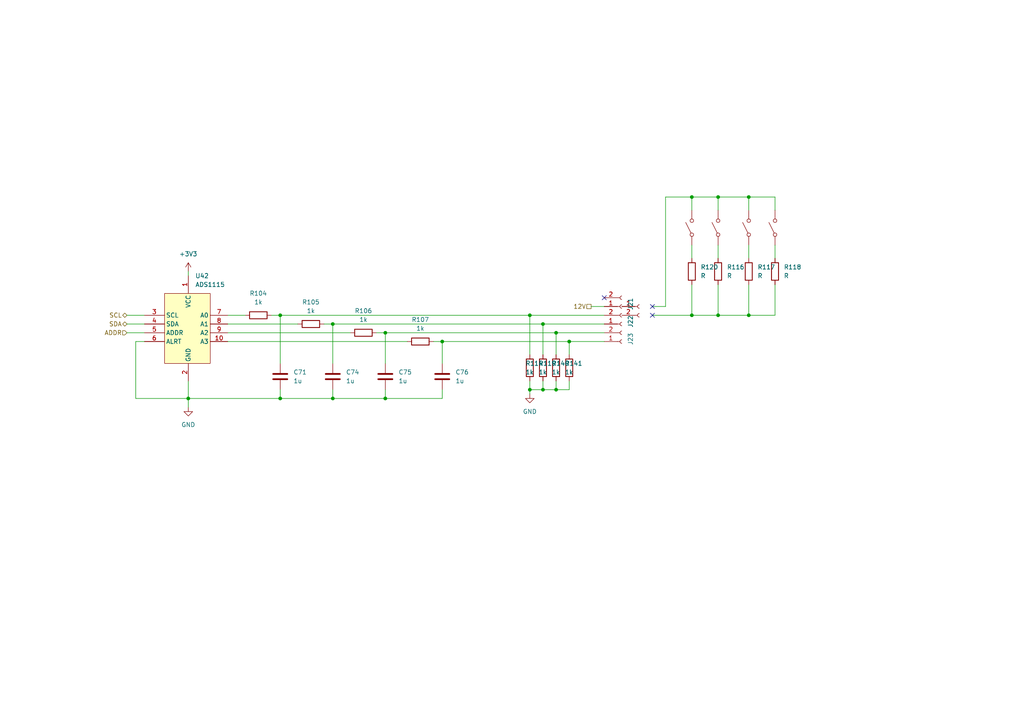
<source format=kicad_sch>
(kicad_sch (version 20211123) (generator eeschema)
  (paper "A4")
  (lib_symbols
    (symbol "Connector:Conn_01x02_Female" (pin_names (offset 1.016) hide)
      (property "Reference" "J" (at 0 2.54 0))
      (property "Value" "Conn_01x02_Female" (at 0 -5.08 0))
      (symbol "Conn_01x02_Female_1_1"
        (arc (start 0 -2.032) (mid -0.508 -2.54) (end 0 -3.048) (stroke (width 0.1524)))
        (polyline (pts (xy -1.27 -2.54) (xy -0.508 -2.54)) (stroke (width 0.1524)))
        (polyline (pts (xy -1.27 0) (xy -0.508 0)) (stroke (width 0.1524)))
        (arc (start 0 0.508) (mid -0.508 0) (end 0 -0.508) (stroke (width 0.1524)))
        (pin passive line (at -5.08 0 0) (length 3.81) (name "Pin_1") (number "1"))
        (pin passive line (at -5.08 -2.54 0) (length 3.81) (name "Pin_2") (number "2"))
      )
    )
    (symbol "Device:C" (pin_numbers hide) (pin_names (offset 0.254))
      (property "Reference" "C" (at 0.635 2.54 0))
      (property "Value" "C" (at 0.635 -2.54 0))
      (symbol "C_0_1"
        (polyline (pts (xy -2.032 -0.762) (xy 2.032 -0.762)) (stroke (width 0.508)))
        (polyline (pts (xy -2.032 0.762) (xy 2.032 0.762)) (stroke (width 0.508)))
      )
      (symbol "C_1_1"
        (pin passive line (at 0 3.81 270) (length 2.794) (name "~") (number "1"))
        (pin passive line (at 0 -3.81 90) (length 2.794) (name "~") (number "2"))
      )
    )
    (symbol "Device:R" (pin_numbers hide) (pin_names (offset 0))
      (property "Reference" "R" (at 2.032 0 90))
      (property "Value" "R" (at 0 0 90))
      (symbol "R_0_1"
        (rectangle (start -1.016 -2.54) (end 1.016 2.54) (stroke (width 0.254)))
      )
      (symbol "R_1_1"
        (pin passive line (at 0 3.81 270) (length 1.27) (name "~") (number "1"))
        (pin passive line (at 0 -3.81 90) (length 1.27) (name "~") (number "2"))
      )
    )
    (symbol "Switch:SW_SPST" (pin_numbers hide) (pin_names (offset 0) hide)
      (property "Reference" "SW" (at 0 3.175 0))
      (property "Value" "SW_SPST" (at 0 -2.54 0))
      (symbol "SW_SPST_0_0"
        (circle (center -2.032 0) (radius 0.508))
        (polyline (pts (xy -1.524 0.254) (xy 1.524 1.778)))
        (circle (center 2.032 0) (radius 0.508))
      )
      (symbol "SW_SPST_1_1"
        (pin passive line (at -5.08 0 0) (length 2.54) (name "A") (number "1"))
        (pin passive line (at 5.08 0 180) (length 2.54) (name "B") (number "2"))
      )
    )
    (symbol "_Modules:ADS1115"
      (property "Reference" "U" (at -6.35 11.43 0))
      (property "Value" "ADS1115" (at -6.35 13.97 0))
      (symbol "ADS1115_0_1"
        (rectangle (start -6.8586 10.1389) (end 6.35 -10.16) (fill (type background)))
      )
      (symbol "ADS1115_1_1"
        (pin passive line (at 0 15.24 270) (length 5) (name "VCC") (number "1"))
        (pin passive line (at 11.43 -3.81 180) (length 5) (name "A3") (number "10"))
        (pin passive line (at 0 -15.24 90) (length 5) (name "GND") (number "2"))
        (pin passive line (at -12.7 3.81 0) (length 5.715) (name "SCL") (number "3"))
        (pin passive line (at -12.7 1.27 0) (length 5.715) (name "SDA") (number "4"))
        (pin passive line (at -12.7 -1.27 0) (length 5.715) (name "ADDR") (number "5"))
        (pin passive line (at -12.7 -3.81 0) (length 5.715) (name "ALRT") (number "6"))
        (pin passive line (at 11.43 3.81 180) (length 5) (name "A0") (number "7"))
        (pin passive line (at 11.43 1.27 180) (length 5) (name "A1") (number "8"))
        (pin passive line (at 11.43 -1.27 180) (length 5) (name "A2") (number "9"))
      )
    )
    (symbol "power:+3.3V" (power) (pin_names (offset 0))
      (property "Value" "+3.3V" (at 0 3.556 0))
      (symbol "+3.3V_0_1"
        (polyline (pts (xy -0.762 1.27) (xy 0 2.54)))
        (polyline (pts (xy 0 0) (xy 0 2.54)))
        (polyline (pts (xy 0 2.54) (xy 0.762 1.27)))
      )
      (symbol "+3.3V_1_1"
        (pin power_in line (at 0 0 90) (length 0) hide (name "+3V3") (number "1"))
      )
    )
    (symbol "power:GND" (power) (pin_names (offset 0))
      (property "Value" "GND" (at 0 -3.81 0))
      (symbol "GND_0_1"
        (polyline (pts (xy 0 0) (xy 0 -1.27) (xy 1.27 -1.27) (xy 0 -2.54) (xy -1.27 -1.27) (xy 0 -1.27)))
      )
      (symbol "GND_1_1"
        (pin power_in line (at 0 0 270) (length 0) hide (name "GND") (number "1"))
      )
    )
  )
  (junction (at 96.52 93.98))
  (junction (at 200.66 91.44))
  (junction (at 208.28 91.44))
  (junction (at 208.28 57.15))
  (junction (at 157.48 93.98))
  (junction (at 128.27 99.06))
  (junction (at 217.17 91.44))
  (junction (at 165.1 99.06))
  (junction (at 54.61 115.57))
  (junction (at 157.48 113.03))
  (junction (at 111.76 115.57))
  (junction (at 96.52 115.57))
  (junction (at 217.17 57.15))
  (junction (at 81.28 115.57))
  (junction (at 153.67 113.03))
  (junction (at 161.29 113.03))
  (junction (at 111.76 96.52))
  (junction (at 81.28 91.44))
  (junction (at 153.67 91.44))
  (junction (at 200.66 57.15))
  (junction (at 161.29 96.52))
  (no_connect (at 175.26 86.36))
  (no_connect (at 189.23 88.9))
  (no_connect (at 189.23 91.44))
  (wire (pts (xy 161.29 96.52) (xy 175.26 96.52)))
  (wire (pts (xy 81.28 113.03) (xy 81.28 115.57)))
  (wire (pts (xy 193.04 57.15) (xy 193.04 88.9)))
  (wire (pts (xy 96.52 115.57) (xy 81.28 115.57)))
  (wire (pts (xy 157.48 93.98) (xy 175.26 93.98)))
  (wire (pts (xy 208.28 91.44) (xy 217.17 91.44)))
  (wire (pts (xy 224.79 57.15) (xy 224.79 60.96)))
  (wire (pts (xy 109.22 96.52) (xy 111.76 96.52)))
  (wire (pts (xy 217.17 57.15) (xy 217.17 60.96)))
  (wire (pts (xy 161.29 113.03) (xy 157.48 113.03)))
  (wire (pts (xy 161.29 102.87) (xy 161.29 96.52)))
  (wire (pts (xy 153.67 102.87) (xy 153.67 91.44)))
  (wire (pts (xy 161.29 110.49) (xy 161.29 113.03)))
  (wire (pts (xy 81.28 91.44) (xy 81.28 105.41)))
  (wire (pts (xy 153.67 113.03) (xy 153.67 114.3)))
  (wire (pts (xy 39.37 99.06) (xy 39.37 115.57)))
  (wire (pts (xy 165.1 113.03) (xy 161.29 113.03)))
  (wire (pts (xy 200.66 82.55) (xy 200.66 91.44)))
  (wire (pts (xy 200.66 57.15) (xy 200.66 60.96)))
  (wire (pts (xy 66.04 99.06) (xy 118.11 99.06)))
  (wire (pts (xy 217.17 82.55) (xy 217.17 91.44)))
  (wire (pts (xy 78.74 91.44) (xy 81.28 91.44)))
  (wire (pts (xy 128.27 99.06) (xy 165.1 99.06)))
  (wire (pts (xy 36.83 91.44) (xy 41.91 91.44)))
  (wire (pts (xy 41.91 99.06) (xy 39.37 99.06)))
  (wire (pts (xy 193.04 57.15) (xy 200.66 57.15)))
  (wire (pts (xy 81.28 91.44) (xy 153.67 91.44)))
  (wire (pts (xy 200.66 57.15) (xy 208.28 57.15)))
  (wire (pts (xy 128.27 115.57) (xy 111.76 115.57)))
  (wire (pts (xy 54.61 110.49) (xy 54.61 115.57)))
  (wire (pts (xy 39.37 115.57) (xy 54.61 115.57)))
  (wire (pts (xy 66.04 96.52) (xy 101.6 96.52)))
  (wire (pts (xy 128.27 99.06) (xy 128.27 105.41)))
  (wire (pts (xy 157.48 110.49) (xy 157.48 113.03)))
  (wire (pts (xy 165.1 102.87) (xy 165.1 99.06)))
  (wire (pts (xy 96.52 113.03) (xy 96.52 115.57)))
  (wire (pts (xy 36.83 96.52) (xy 41.91 96.52)))
  (wire (pts (xy 81.28 115.57) (xy 54.61 115.57)))
  (wire (pts (xy 66.04 91.44) (xy 71.12 91.44)))
  (wire (pts (xy 200.66 71.12) (xy 200.66 74.93)))
  (wire (pts (xy 217.17 71.12) (xy 217.17 74.93)))
  (wire (pts (xy 157.48 102.87) (xy 157.48 93.98)))
  (wire (pts (xy 66.04 93.98) (xy 86.36 93.98)))
  (wire (pts (xy 93.98 93.98) (xy 96.52 93.98)))
  (wire (pts (xy 189.23 91.44) (xy 200.66 91.44)))
  (wire (pts (xy 189.23 88.9) (xy 193.04 88.9)))
  (wire (pts (xy 165.1 110.49) (xy 165.1 113.03)))
  (wire (pts (xy 54.61 115.57) (xy 54.61 118.11)))
  (wire (pts (xy 208.28 57.15) (xy 217.17 57.15)))
  (wire (pts (xy 36.83 93.98) (xy 41.91 93.98)))
  (wire (pts (xy 111.76 96.52) (xy 161.29 96.52)))
  (wire (pts (xy 208.28 71.12) (xy 208.28 74.93)))
  (wire (pts (xy 217.17 91.44) (xy 224.79 91.44)))
  (wire (pts (xy 165.1 99.06) (xy 175.26 99.06)))
  (wire (pts (xy 224.79 71.12) (xy 224.79 74.93)))
  (wire (pts (xy 128.27 113.03) (xy 128.27 115.57)))
  (wire (pts (xy 111.76 96.52) (xy 111.76 105.41)))
  (wire (pts (xy 208.28 57.15) (xy 208.28 60.96)))
  (wire (pts (xy 224.79 91.44) (xy 224.79 82.55)))
  (wire (pts (xy 217.17 57.15) (xy 224.79 57.15)))
  (wire (pts (xy 111.76 113.03) (xy 111.76 115.57)))
  (wire (pts (xy 96.52 93.98) (xy 157.48 93.98)))
  (wire (pts (xy 96.52 93.98) (xy 96.52 105.41)))
  (wire (pts (xy 208.28 82.55) (xy 208.28 91.44)))
  (wire (pts (xy 153.67 91.44) (xy 175.26 91.44)))
  (wire (pts (xy 171.45 88.9) (xy 175.26 88.9)))
  (wire (pts (xy 153.67 110.49) (xy 153.67 113.03)))
  (wire (pts (xy 125.73 99.06) (xy 128.27 99.06)))
  (wire (pts (xy 157.48 113.03) (xy 153.67 113.03)))
  (wire (pts (xy 200.66 91.44) (xy 208.28 91.44)))
  (wire (pts (xy 111.76 115.57) (xy 96.52 115.57)))
  (wire (pts (xy 54.61 78.74) (xy 54.61 80.01)))
  (hierarchical_label "12V" (shape passive) (at 171.45 88.9 180))
  (hierarchical_label "ADDR" (shape input) (at 36.83 96.52 180))
  (hierarchical_label "SDA" (shape bidirectional) (at 36.83 93.98 180))
  (hierarchical_label "SCL" (shape bidirectional) (at 36.83 91.44 180))
  (symbol (lib_id "Connector:Conn_01x02_Female") (at 185.42 88.9 0) (unit 1) (in_bom no) (on_board no)
    (property "Reference" "J20" (effects hide))
    (property "Value" "Conn_01x02_Female" (effects hide))
  )
  (symbol (lib_id "Device:R") (at 153.67 106.68 180) (unit 1)
    (property "Reference" "R114" (at 152.4 105.41 0) (effects (justify right)))
    (property "Value" "1k" (at 152.4 107.95 0) (effects (justify right)))
    (property "Footprint" "Resistor_THT:R_Axial_DIN0204_L3.6mm_D1.6mm_P7.62mm_Horizontal" (effects hide))
  )
  (symbol (lib_id "power:+3.3V") (at 54.61 78.74 0) (unit 1)
    (property "Reference" "#PWR0175" (effects hide))
    (property "Value" "+3.3V" (at 54.61 73.66 0))
  )
  (symbol (lib_id "Device:R") (at 165.1 106.68 180) (unit 1)
    (property "Reference" "R141" (at 163.83 105.41 0) (effects (justify right)))
    (property "Value" "1k" (at 163.83 107.95 0) (effects (justify right)))
    (property "Footprint" "Resistor_THT:R_Axial_DIN0204_L3.6mm_D1.6mm_P7.62mm_Horizontal" (effects hide))
  )
  (symbol (lib_id "Device:R") (at 105.41 96.52 90) (unit 1)
    (property "Reference" "R106" (at 105.41 90.17 90))
    (property "Value" "1k" (at 105.41 92.71 90))
    (property "Footprint" "Resistor_SMD:R_0603_1608Metric_Pad0.98x0.95mm_HandSolder" (effects hide))
  )
  (symbol (lib_id "Switch:SW_SPST") (at 200.66 66.04 90) (unit 1) (in_bom no) (on_board no)
    (property "Reference" "SW8" (effects hide))
    (property "Value" "SW_SPST" (effects hide))
  )
  (symbol (lib_id "power:GND") (at 54.61 118.11 0) (unit 1)
    (property "Reference" "#PWR0168" (effects hide))
    (property "Value" "GND" (at 54.61 123.19 0))
  )
  (symbol (lib_id "Device:R") (at 200.66 78.74 0) (unit 1) (in_bom no) (on_board no)
    (property "Reference" "R120" (at 203.2 77.4699 0) (effects (justify left)))
    (property "Value" "R" (at 203.2 80.0099 0) (effects (justify left)))
  )
  (symbol (lib_id "Device:R") (at 90.17 93.98 90) (unit 1)
    (property "Reference" "R105" (at 90.17 87.63 90))
    (property "Value" "1k" (at 90.17 90.17 90))
    (property "Footprint" "Resistor_SMD:R_0603_1608Metric_Pad0.98x0.95mm_HandSolder" (effects hide))
  )
  (symbol (lib_id "Device:R") (at 74.93 91.44 90) (unit 1)
    (property "Reference" "R104" (at 74.93 85.09 90))
    (property "Value" "1k" (at 74.93 87.63 90))
    (property "Footprint" "Resistor_SMD:R_0603_1608Metric_Pad0.98x0.95mm_HandSolder" (effects hide))
  )
  (symbol (lib_id "_Modules:ADS1115") (at 54.61 95.25 0) (unit 1)
    (property "Reference" "U42" (at 56.6294 80.01 0) (effects (justify left)))
    (property "Value" "ADS1115" (at 56.6294 82.55 0) (effects (justify left)))
    (property "Footprint" "_Modules:ADS1115" (effects hide))
  )
  (symbol (lib_id "Device:C") (at 111.76 109.22 0) (unit 1)
    (property "Reference" "C75" (at 115.57 107.9499 0) (effects (justify left)))
    (property "Value" "1u" (at 115.57 110.4899 0) (effects (justify left)))
    (property "Footprint" "Capacitor_SMD:C_0603_1608Metric_Pad1.08x0.95mm_HandSolder" (effects hide))
  )
  (symbol (lib_id "Connector:Conn_01x02_Female") (at 180.34 99.06 0) (mirror x) (unit 1)
    (property "Reference" "J23" (at 182.88 96.52 90) (effects (justify left)))
    (property "Value" "Conn_01x02_Female" (effects hide))
    (property "Footprint" "TerminalBlock_Phoenix:TerminalBlock_Phoenix_MKDS-1,5-2_1x02_P5.00mm_Horizontal" (effects hide))
  )
  (symbol (lib_id "Device:R") (at 217.17 78.74 0) (unit 1) (in_bom no) (on_board no)
    (property "Reference" "R117" (at 219.71 77.4699 0) (effects (justify left)))
    (property "Value" "R" (at 219.71 80.0099 0) (effects (justify left)))
  )
  (symbol (lib_id "Connector:Conn_01x02_Female") (at 180.34 93.98 0) (mirror x) (unit 1)
    (property "Reference" "J22" (at 182.88 91.44 90) (effects (justify left)))
    (property "Value" "Conn_01x02_Female" (effects hide))
    (property "Footprint" "TerminalBlock_Phoenix:TerminalBlock_Phoenix_MKDS-1,5-2_1x02_P5.00mm_Horizontal" (effects hide))
  )
  (symbol (lib_id "power:GND") (at 153.67 114.3 0) (unit 1)
    (property "Reference" "#PWR0131" (effects hide))
    (property "Value" "GND" (at 153.67 119.38 0))
  )
  (symbol (lib_id "Device:R") (at 161.29 106.68 180) (unit 1)
    (property "Reference" "R140" (at 160.02 105.41 0) (effects (justify right)))
    (property "Value" "1k" (at 160.02 107.95 0) (effects (justify right)))
    (property "Footprint" "Resistor_THT:R_Axial_DIN0204_L3.6mm_D1.6mm_P7.62mm_Horizontal" (effects hide))
  )
  (symbol (lib_id "Device:C") (at 96.52 109.22 0) (unit 1)
    (property "Reference" "C74" (at 100.33 107.9499 0) (effects (justify left)))
    (property "Value" "1u" (at 100.33 110.4899 0) (effects (justify left)))
    (property "Footprint" "Capacitor_SMD:C_0603_1608Metric_Pad1.08x0.95mm_HandSolder" (effects hide))
  )
  (symbol (lib_id "Device:R") (at 208.28 78.74 0) (unit 1) (in_bom no) (on_board no)
    (property "Reference" "R116" (at 210.82 77.4699 0) (effects (justify left)))
    (property "Value" "R" (at 210.82 80.0099 0) (effects (justify left)))
  )
  (symbol (lib_id "Device:C") (at 81.28 109.22 0) (unit 1)
    (property "Reference" "C71" (at 85.09 107.9499 0) (effects (justify left)))
    (property "Value" "1u" (at 85.09 110.4899 0) (effects (justify left)))
    (property "Footprint" "Capacitor_SMD:C_0603_1608Metric_Pad1.08x0.95mm_HandSolder" (effects hide))
  )
  (symbol (lib_id "Device:R") (at 157.48 106.68 180) (unit 1)
    (property "Reference" "R119" (at 156.21 105.41 0) (effects (justify right)))
    (property "Value" "1k" (at 156.21 107.95 0) (effects (justify right)))
    (property "Footprint" "Resistor_THT:R_Axial_DIN0204_L3.6mm_D1.6mm_P7.62mm_Horizontal" (effects hide))
  )
  (symbol (lib_id "Switch:SW_SPST") (at 208.28 66.04 90) (unit 1) (in_bom no) (on_board no)
    (property "Reference" "SW9" (effects hide))
    (property "Value" "SW_SPST" (effects hide))
  )
  (symbol (lib_id "Device:R") (at 121.92 99.06 90) (unit 1)
    (property "Reference" "R107" (at 121.92 92.71 90))
    (property "Value" "1k" (at 121.92 95.25 90))
    (property "Footprint" "Resistor_SMD:R_0603_1608Metric_Pad0.98x0.95mm_HandSolder" (effects hide))
  )
  (symbol (lib_id "Connector:Conn_01x02_Female") (at 180.34 88.9 0) (mirror x) (unit 1)
    (property "Reference" "J21" (at 182.88 86.36 90) (effects (justify left)))
    (property "Value" "Conn_01x02_Female" (effects hide))
    (property "Footprint" "TerminalBlock_Phoenix:TerminalBlock_Phoenix_MKDS-1,5-2_1x02_P5.00mm_Horizontal" (effects hide))
  )
  (symbol (lib_id "Switch:SW_SPST") (at 217.17 66.04 90) (unit 1) (in_bom no) (on_board no)
    (property "Reference" "SW10" (effects hide))
    (property "Value" "SW_SPST" (effects hide))
  )
  (symbol (lib_id "Device:R") (at 224.79 78.74 0) (unit 1) (in_bom no) (on_board no)
    (property "Reference" "R118" (at 227.33 77.4699 0) (effects (justify left)))
    (property "Value" "R" (at 227.33 80.0099 0) (effects (justify left)))
  )
  (symbol (lib_id "Device:C") (at 128.27 109.22 0) (unit 1)
    (property "Reference" "C76" (at 132.08 107.9499 0) (effects (justify left)))
    (property "Value" "1u" (at 132.08 110.4899 0) (effects (justify left)))
    (property "Footprint" "Capacitor_SMD:C_0603_1608Metric_Pad1.08x0.95mm_HandSolder" (effects hide))
  )
  (symbol (lib_id "Switch:SW_SPST") (at 224.79 66.04 90) (unit 1) (in_bom no) (on_board no)
    (property "Reference" "SW11" (effects hide))
    (property "Value" "SW_SPST" (effects hide))
  )
)
</source>
